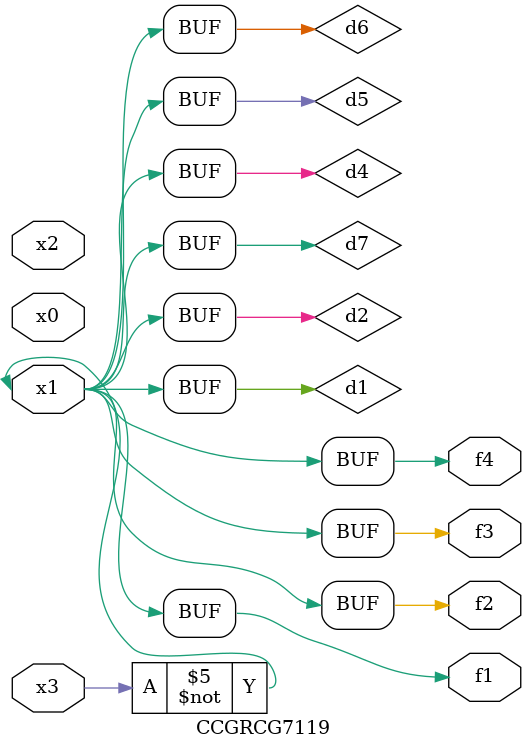
<source format=v>
module CCGRCG7119(
	input x0, x1, x2, x3,
	output f1, f2, f3, f4
);

	wire d1, d2, d3, d4, d5, d6, d7;

	not (d1, x3);
	buf (d2, x1);
	xnor (d3, d1, d2);
	nor (d4, d1);
	buf (d5, d1, d2);
	buf (d6, d4, d5);
	nand (d7, d4);
	assign f1 = d6;
	assign f2 = d7;
	assign f3 = d6;
	assign f4 = d6;
endmodule

</source>
